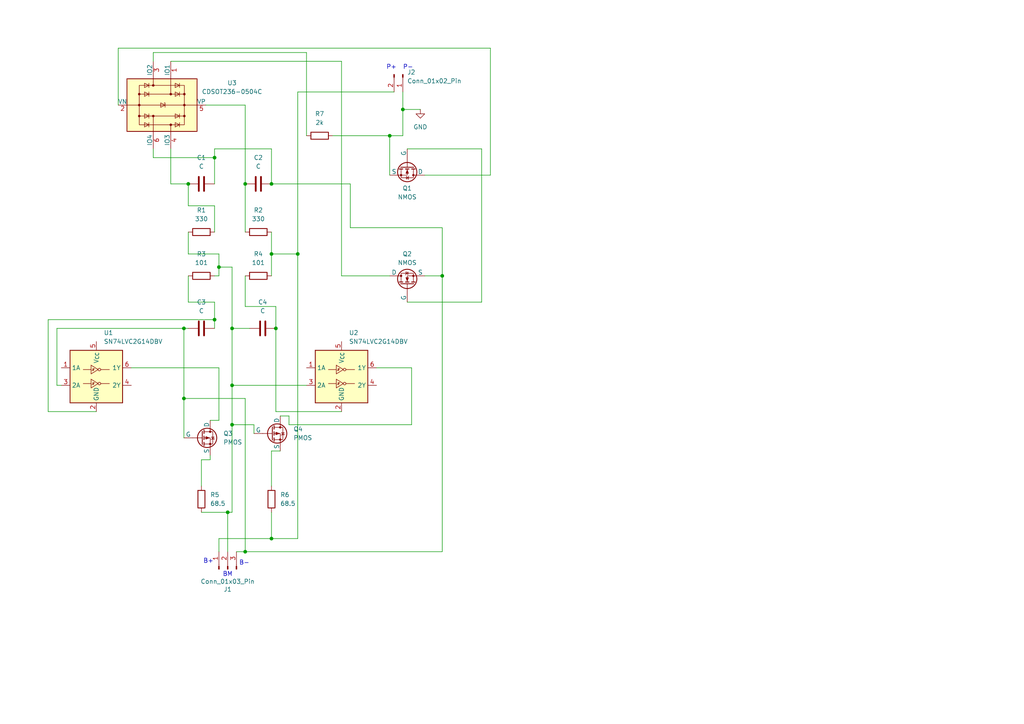
<source format=kicad_sch>
(kicad_sch (version 20250114) (generator "eeschema") (generator_version "9.0")
  (paper "A4")
  (lib_symbols
    (symbol "74xGxx:SN74LVC2G14DBV"
      (property "Reference" "U" (at 2.54 12.7 0))
      (property "Value" "SN74LVC2G14DBV" (at 2.54 10.16 0))
      (symbol "SN74LVC2G14DBV_1_1"
        (rectangle (start -7.62 7.62) (end 7.62 -7.62) (stroke (width 0.254)) (fill (type background)))
        (polyline (pts (xy -1.524 3.302) (xy 0.508 2.032) (xy -1.524 0.762) (xy -1.524 3.302)))
        (polyline (pts (xy -1.524 2.032) (xy -3.81 2.032)))
        (polyline (pts (xy -1.524 -0.762) (xy 0.508 -2.032) (xy -1.524 -3.302) (xy -1.524 -0.762)))
        (polyline (pts (xy -1.524 -2.032) (xy -3.81 -2.032)))
        (polyline (pts (xy -1.016 1.778) (xy -1.016 2.286) (xy -0.762 2.286) (xy -0.762 1.778) (xy -1.27 1.778)))
        (polyline (pts (xy -1.016 -2.286) (xy -1.016 -1.778) (xy -0.762 -1.778) (xy -0.762 -2.286) (xy -1.27 -2.286)))
        (polyline (pts (xy -0.762 2.286) (xy -0.508 2.286)))
        (polyline (pts (xy -0.762 -1.778) (xy -0.508 -1.778)))
        (circle (center 0.889 2.032) (radius 0.381))
        (circle (center 0.889 -2.032) (radius 0.381))
        (polyline (pts (xy 1.27 2.032) (xy 3.81 2.032)))
        (polyline (pts (xy 1.27 -2.032) (xy 3.81 -2.032)))
        (pin input line (at -10.16 2.54 0) (length 2.54) (name "1A") (number "1"))
        (pin input line (at -10.16 -2.54 0) (length 2.54) (name "2A") (number "3"))
        (pin power_in line (at 0 10.16 270) (length 2.54) (name "V_{CC}") (number "5"))
        (pin power_in line (at 0 -10.16 90) (length 2.54) (name "GND") (number "2"))
        (pin output line (at 10.16 2.54 180) (length 2.54) (name "1Y") (number "6"))
        (pin output line (at 10.16 -2.54 180) (length 2.54) (name "2Y") (number "4"))
      )
    )
    (symbol "Connector:Conn_01x02_Pin" (pin_names (offset 1.016) (hide yes))
      (property "Reference" "J" (at 0 2.54 0))
      (property "Value" "Conn_01x02_Pin" (at 0 -5.08 0))
      (symbol "Conn_01x02_Pin_1_1"
        (rectangle (start 0.8636 0.127) (end 0 -0.127) (stroke (width 0.1524)) (fill (type outline)))
        (rectangle (start 0.8636 -2.413) (end 0 -2.667) (stroke (width 0.1524)) (fill (type outline)))
        (polyline (pts (xy 1.27 0) (xy 0.8636 0)) (stroke (width 0.1524)))
        (polyline (pts (xy 1.27 -2.54) (xy 0.8636 -2.54)) (stroke (width 0.1524)))
        (pin passive line (at 5.08 0 180) (length 3.81) (name "Pin_1") (number "1"))
        (pin passive line (at 5.08 -2.54 180) (length 3.81) (name "Pin_2") (number "2"))
      )
    )
    (symbol "Connector:Conn_01x03_Pin" (pin_names (offset 1.016) (hide yes))
      (property "Reference" "J" (at 0 5.08 0))
      (property "Value" "Conn_01x03_Pin" (at 0 -5.08 0))
      (symbol "Conn_01x03_Pin_1_1"
        (rectangle (start 0.8636 2.667) (end 0 2.413) (stroke (width 0.1524)) (fill (type outline)))
        (rectangle (start 0.8636 0.127) (end 0 -0.127) (stroke (width 0.1524)) (fill (type outline)))
        (rectangle (start 0.8636 -2.413) (end 0 -2.667) (stroke (width 0.1524)) (fill (type outline)))
        (polyline (pts (xy 1.27 2.54) (xy 0.8636 2.54)) (stroke (width 0.1524)))
        (polyline (pts (xy 1.27 0) (xy 0.8636 0)) (stroke (width 0.1524)))
        (polyline (pts (xy 1.27 -2.54) (xy 0.8636 -2.54)) (stroke (width 0.1524)))
        (pin passive line (at 5.08 2.54 180) (length 3.81) (name "Pin_1") (number "1"))
        (pin passive line (at 5.08 0 180) (length 3.81) (name "Pin_2") (number "2"))
        (pin passive line (at 5.08 -2.54 180) (length 3.81) (name "Pin_3") (number "3"))
      )
    )
    (symbol "Device:C" (pin_numbers (hide yes)) (pin_names (offset 0.254))
      (property "Reference" "C" (at 0.635 2.54 0))
      (property "Value" "C" (at 0.635 -2.54 0))
      (symbol "C_0_1"
        (polyline (pts (xy -2.032 0.762) (xy 2.032 0.762)) (stroke (width 0.508)))
        (polyline (pts (xy -2.032 -0.762) (xy 2.032 -0.762)) (stroke (width 0.508)))
      )
      (symbol "C_1_1"
        (pin passive line (at 0 3.81 270) (length 2.794) (name "~") (number "1"))
        (pin passive line (at 0 -3.81 90) (length 2.794) (name "~") (number "2"))
      )
    )
    (symbol "Device:R" (pin_numbers (hide yes)) (pin_names (offset 0))
      (property "Reference" "R" (at 2.032 0 90))
      (property "Value" "R" (at 0 0 90))
      (symbol "R_0_1"
        (rectangle (start -1.016 -2.54) (end 1.016 2.54) (stroke (width 0.254)))
      )
      (symbol "R_1_1"
        (pin passive line (at 0 3.81 270) (length 1.27) (name "~") (number "1"))
        (pin passive line (at 0 -3.81 90) (length 1.27) (name "~") (number "2"))
      )
    )
    (symbol "Power_Protection:CDSOT236-0504C" (pin_names (offset 0))
      (property "Reference" "U" (at -5.08 11.43 0))
      (property "Value" "CDSOT236-0504C" (at 2.54 11.43 0))
      (symbol "CDSOT236-0504C_0_0"
        (rectangle (start -5.715 6.477) (end 5.715 -6.604))
        (polyline (pts (xy -3.175 -6.604) (xy -3.175 6.477)))
        (polyline (pts (xy 3.175 6.477) (xy 3.175 -6.604)))
      )
      (symbol "CDSOT236-0504C_0_1"
        (polyline (pts (xy -7.747 2.54) (xy -3.175 2.54)))
        (rectangle (start -7.62 10.16) (end 7.62 -10.16) (stroke (width 0.254)) (fill (type background)))
        (polyline (pts (xy -7.62 -2.54) (xy -5.715 -2.54)))
        (circle (center -5.715 -2.54) (radius 0.2794) (fill (type outline)))
        (polyline (pts (xy -5.08 5.08) (xy -6.35 5.08)))
        (polyline (pts (xy -5.08 3.81) (xy -6.35 3.81) (xy -5.715 5.08) (xy -5.08 3.81)))
        (polyline (pts (xy -5.08 -3.81) (xy -6.35 -3.81)))
        (polyline (pts (xy -5.08 -5.08) (xy -6.35 -5.08) (xy -5.715 -3.81) (xy -5.08 -5.08)))
        (circle (center -3.175 6.477) (radius 0.2794) (fill (type outline)))
        (circle (center -3.175 2.54) (radius 0.2794) (fill (type outline)))
        (circle (center -3.175 -6.604) (radius 0.2794) (fill (type outline)))
        (polyline (pts (xy -2.54 5.08) (xy -3.81 5.08)))
        (polyline (pts (xy -2.54 3.81) (xy -3.81 3.81) (xy -3.175 5.08) (xy -2.54 3.81)))
        (polyline (pts (xy -2.54 -3.81) (xy -3.81 -3.81)))
        (polyline (pts (xy -2.54 -5.08) (xy -3.81 -5.08) (xy -3.175 -3.81) (xy -2.54 -5.08)))
        (polyline (pts (xy 0 10.16) (xy 0 -10.16)))
        (circle (center 0 6.477) (radius 0.2794) (fill (type outline)))
        (circle (center 0 -6.604) (radius 0.2794) (fill (type outline)))
        (polyline (pts (xy 0.635 0.889) (xy -0.635 0.889) (xy -0.635 0.635)))
        (polyline (pts (xy 0.635 -0.381) (xy -0.635 -0.381) (xy 0 0.889) (xy 0.635 -0.381)))
        (circle (center 3.175 6.477) (radius 0.2794) (fill (type outline)))
        (circle (center 3.175 -2.54) (radius 0.2794) (fill (type outline)))
        (circle (center 3.175 -6.604) (radius 0.2794) (fill (type outline)))
        (polyline (pts (xy 3.81 5.08) (xy 2.54 5.08)))
        (polyline (pts (xy 3.81 3.81) (xy 2.54 3.81) (xy 3.175 5.08) (xy 3.81 3.81)))
        (polyline (pts (xy 3.81 -3.81) (xy 2.54 -3.81)))
        (polyline (pts (xy 3.81 -5.08) (xy 2.54 -5.08) (xy 3.175 -3.81) (xy 3.81 -5.08)))
        (circle (center 5.715 2.54) (radius 0.2794) (fill (type outline)))
        (polyline (pts (xy 6.35 5.08) (xy 5.08 5.08)))
        (polyline (pts (xy 6.35 3.81) (xy 5.08 3.81) (xy 5.715 5.08) (xy 6.35 3.81)))
        (polyline (pts (xy 6.35 -3.81) (xy 5.08 -3.81)))
        (polyline (pts (xy 6.35 -5.08) (xy 5.08 -5.08) (xy 5.715 -3.81) (xy 6.35 -5.08)))
        (polyline (pts (xy 7.62 2.54) (xy 5.715 2.54)))
        (polyline (pts (xy 7.62 -2.54) (xy 3.175 -2.54)))
      )
      (symbol "CDSOT236-0504C_1_1"
        (pin passive line (at -12.7 2.54 0) (length 5.08) (name "IO1") (number "1"))
        (pin passive line (at -12.7 -2.54 0) (length 5.08) (name "IO2") (number "3"))
        (pin passive line (at 0 12.7 270) (length 2.54) (name "VP") (number "5"))
        (pin passive line (at 0 -12.7 90) (length 2.54) (name "VN") (number "2"))
        (pin passive line (at 12.7 2.54 180) (length 5.08) (name "IO3") (number "4"))
        (pin passive line (at 12.7 -2.54 180) (length 5.08) (name "IO4") (number "6"))
      )
    )
    (symbol "Simulation_SPICE:NMOS" (pin_numbers (hide yes)) (pin_names (offset 0))
      (property "Reference" "Q" (at 5.08 1.27 0))
      (property "Value" "NMOS" (at 5.08 -1.27 0))
      (symbol "NMOS_0_1"
        (polyline (pts (xy 0.254 1.905) (xy 0.254 -1.905)) (stroke (width 0.254)))
        (polyline (pts (xy 0.254 0) (xy -2.54 0)))
        (polyline (pts (xy 0.762 2.286) (xy 0.762 1.27)) (stroke (width 0.254)))
        (polyline (pts (xy 0.762 0.508) (xy 0.762 -0.508)) (stroke (width 0.254)))
        (polyline (pts (xy 0.762 -1.27) (xy 0.762 -2.286)) (stroke (width 0.254)))
        (polyline (pts (xy 0.762 -1.778) (xy 3.302 -1.778) (xy 3.302 1.778) (xy 0.762 1.778)))
        (polyline (pts (xy 1.016 0) (xy 2.032 0.381) (xy 2.032 -0.381) (xy 1.016 0)) (fill (type outline)))
        (circle (center 1.651 0) (radius 2.794) (stroke (width 0.254)))
        (polyline (pts (xy 2.54 2.54) (xy 2.54 1.778)))
        (circle (center 2.54 1.778) (radius 0.254) (fill (type outline)))
        (circle (center 2.54 -1.778) (radius 0.254) (fill (type outline)))
        (polyline (pts (xy 2.54 -2.54) (xy 2.54 0) (xy 0.762 0)))
        (polyline (pts (xy 2.794 0.508) (xy 2.921 0.381) (xy 3.683 0.381) (xy 3.81 0.254)))
        (polyline (pts (xy 3.302 0.381) (xy 2.921 -0.254) (xy 3.683 -0.254) (xy 3.302 0.381)))
      )
      (symbol "NMOS_1_1"
        (pin input line (at -5.08 0 0) (length 2.54) (name "G") (number "2"))
        (pin passive line (at 2.54 5.08 270) (length 2.54) (name "D") (number "1"))
        (pin passive line (at 2.54 -5.08 90) (length 2.54) (name "S") (number "3"))
      )
    )
    (symbol "Simulation_SPICE:PMOS" (pin_numbers (hide yes)) (pin_names (offset 0))
      (property "Reference" "Q" (at 5.08 1.27 0))
      (property "Value" "PMOS" (at 5.08 -1.27 0))
      (symbol "PMOS_0_1"
        (polyline (pts (xy 0.254 1.905) (xy 0.254 -1.905)) (stroke (width 0.254)))
        (polyline (pts (xy 0.254 0) (xy -2.54 0)))
        (polyline (pts (xy 0.762 2.286) (xy 0.762 1.27)) (stroke (width 0.254)))
        (polyline (pts (xy 0.762 1.778) (xy 3.302 1.778) (xy 3.302 -1.778) (xy 0.762 -1.778)))
        (polyline (pts (xy 0.762 0.508) (xy 0.762 -0.508)) (stroke (width 0.254)))
        (polyline (pts (xy 0.762 -1.27) (xy 0.762 -2.286)) (stroke (width 0.254)))
        (circle (center 1.651 0) (radius 2.794) (stroke (width 0.254)))
        (polyline (pts (xy 2.286 0) (xy 1.27 0.381) (xy 1.27 -0.381) (xy 2.286 0)) (fill (type outline)))
        (polyline (pts (xy 2.54 2.54) (xy 2.54 1.778)))
        (circle (center 2.54 1.778) (radius 0.254) (fill (type outline)))
        (circle (center 2.54 -1.778) (radius 0.254) (fill (type outline)))
        (polyline (pts (xy 2.54 -2.54) (xy 2.54 0) (xy 0.762 0)))
        (polyline (pts (xy 2.794 -0.508) (xy 2.921 -0.381) (xy 3.683 -0.381) (xy 3.81 -0.254)))
        (polyline (pts (xy 3.302 -0.381) (xy 2.921 0.254) (xy 3.683 0.254) (xy 3.302 -0.381)))
      )
      (symbol "PMOS_1_1"
        (pin input line (at -5.08 0 0) (length 2.54) (name "G") (number "2"))
        (pin passive line (at 2.54 5.08 270) (length 2.54) (name "D") (number "1"))
        (pin passive line (at 2.54 -5.08 90) (length 2.54) (name "S") (number "3"))
      )
    )
    (symbol "power:GND" (power) (pin_numbers (hide yes)) (pin_names (offset 0) (hide yes))
      (property "Value" "GND" (at 0 -3.81 0))
      (symbol "GND_0_1"
        (polyline (pts (xy 0 0) (xy 0 -1.27) (xy 1.27 -1.27) (xy 0 -2.54) (xy -1.27 -1.27) (xy 0 -1.27)))
      )
      (symbol "GND_1_1"
        (pin power_in line (at 0 0 270) (length 0) (name "~") (number "1"))
      )
    )
  )
  (text "BM" (at 66.04 166.624 0) (effects (font (size 1.27 1.27))))
  (text "B-" (at 70.866 163.322 0) (effects (font (size 1.27 1.27))))
  (text "B+" (at 60.452 162.814 0) (effects (font (size 1.27 1.27))))
  (text "P-" (at 118.364 19.558 0) (effects (font (size 1.27 1.27))))
  (text "P+" (at 113.538 19.558 0) (effects (font (size 1.27 1.27))))
  (junction (at 62.23 45.72))
  (junction (at 80.01 95.25))
  (junction (at 67.31 111.76))
  (junction (at 71.12 53.34))
  (junction (at 54.61 53.34))
  (junction (at 78.74 73.66))
  (junction (at 66.04 148.59))
  (junction (at 116.84 31.75))
  (junction (at 78.74 53.34))
  (junction (at 62.23 92.71))
  (junction (at 63.5 77.47))
  (junction (at 78.74 156.21))
  (junction (at 113.03 39.37))
  (junction (at 53.34 115.57))
  (junction (at 67.31 123.19))
  (junction (at 128.27 80.01))
  (junction (at 53.34 95.25))
  (junction (at 71.12 160.02))
  (junction (at 86.36 73.66))
  (junction (at 67.31 95.25))
  (wire (pts (xy 53.34 95.25) (xy 53.34 115.57)))
  (wire (pts (xy 44.45 43.18) (xy 44.45 45.72)))
  (wire (pts (xy 71.12 160.02) (xy 128.27 160.02)))
  (wire (pts (xy 49.53 53.34) (xy 54.61 53.34)))
  (wire (pts (xy 17.78 111.76) (xy 16.51 111.76)))
  (wire (pts (xy 62.23 43.18) (xy 78.74 43.18)))
  (wire (pts (xy 16.51 111.76) (xy 16.51 95.25)))
  (wire (pts (xy 62.23 87.63) (xy 62.23 92.71)))
  (wire (pts (xy 66.04 148.59) (xy 58.42 148.59)))
  (wire (pts (xy 142.24 50.8) (xy 142.24 13.97)))
  (wire (pts (xy 139.7 43.18) (xy 118.11 43.18)))
  (wire (pts (xy 99.06 80.01) (xy 113.03 80.01)))
  (wire (pts (xy 54.61 87.63) (xy 62.23 87.63)))
  (wire (pts (xy 60.96 132.08) (xy 60.96 133.35)))
  (wire (pts (xy 54.61 80.01) (xy 54.61 87.63)))
  (wire (pts (xy 123.19 50.8) (xy 142.24 50.8)))
  (wire (pts (xy 63.5 156.21) (xy 78.74 156.21)))
  (wire (pts (xy 96.52 39.37) (xy 113.03 39.37)))
  (wire (pts (xy 128.27 160.02) (xy 128.27 80.01)))
  (wire (pts (xy 114.3 26.67) (xy 86.36 26.67)))
  (wire (pts (xy 78.74 73.66) (xy 78.74 80.01)))
  (wire (pts (xy 13.97 119.38) (xy 13.97 92.71)))
  (wire (pts (xy 54.61 59.69) (xy 62.23 59.69)))
  (wire (pts (xy 53.34 115.57) (xy 71.12 115.57)))
  (wire (pts (xy 53.34 95.25) (xy 54.61 95.25)))
  (wire (pts (xy 128.27 80.01) (xy 123.19 80.01)))
  (wire (pts (xy 99.06 119.38) (xy 80.01 119.38)))
  (wire (pts (xy 116.84 31.75) (xy 116.84 39.37)))
  (wire (pts (xy 71.12 88.9) (xy 80.01 88.9)))
  (wire (pts (xy 71.12 53.34) (xy 71.12 67.31)))
  (wire (pts (xy 44.45 45.72) (xy 62.23 45.72)))
  (wire (pts (xy 27.94 119.38) (xy 13.97 119.38)))
  (wire (pts (xy 62.23 92.71) (xy 62.23 95.25)))
  (wire (pts (xy 60.96 133.35) (xy 58.42 133.35)))
  (wire (pts (xy 78.74 130.81) (xy 81.28 130.81)))
  (wire (pts (xy 119.38 106.68) (xy 119.38 123.19)))
  (wire (pts (xy 63.5 73.66) (xy 63.5 77.47)))
  (wire (pts (xy 67.31 95.25) (xy 72.39 95.25)))
  (wire (pts (xy 118.11 87.63) (xy 139.7 87.63)))
  (wire (pts (xy 86.36 73.66) (xy 78.74 73.66)))
  (wire (pts (xy 68.58 160.02) (xy 71.12 160.02)))
  (wire (pts (xy 99.06 17.78) (xy 99.06 80.01)))
  (wire (pts (xy 44.45 15.24) (xy 44.45 17.78)))
  (wire (pts (xy 139.7 87.63) (xy 139.7 43.18)))
  (wire (pts (xy 80.01 88.9) (xy 80.01 95.25)))
  (wire (pts (xy 73.66 123.19) (xy 73.66 125.73)))
  (wire (pts (xy 71.12 30.48) (xy 71.12 53.34)))
  (wire (pts (xy 38.1 106.68) (xy 63.5 106.68)))
  (wire (pts (xy 62.23 53.34) (xy 62.23 45.72)))
  (wire (pts (xy 63.5 73.66) (xy 54.61 73.66)))
  (wire (pts (xy 53.34 115.57) (xy 53.34 127)))
  (wire (pts (xy 66.04 160.02) (xy 66.04 148.59)))
  (wire (pts (xy 86.36 26.67) (xy 86.36 73.66)))
  (wire (pts (xy 54.61 53.34) (xy 54.61 59.69)))
  (wire (pts (xy 67.31 77.47) (xy 67.31 95.25)))
  (wire (pts (xy 58.42 133.35) (xy 58.42 140.97)))
  (wire (pts (xy 66.04 148.59) (xy 67.31 148.59)))
  (wire (pts (xy 78.74 156.21) (xy 78.74 148.59)))
  (wire (pts (xy 83.82 123.19) (xy 83.82 120.65)))
  (wire (pts (xy 119.38 123.19) (xy 83.82 123.19)))
  (wire (pts (xy 78.74 67.31) (xy 78.74 73.66)))
  (wire (pts (xy 128.27 66.04) (xy 128.27 80.01)))
  (wire (pts (xy 67.31 111.76) (xy 67.31 95.25)))
  (wire (pts (xy 13.97 92.71) (xy 62.23 92.71)))
  (wire (pts (xy 63.5 77.47) (xy 63.5 80.01)))
  (wire (pts (xy 116.84 31.75) (xy 121.92 31.75)))
  (wire (pts (xy 101.6 66.04) (xy 128.27 66.04)))
  (wire (pts (xy 86.36 156.21) (xy 86.36 73.66)))
  (wire (pts (xy 63.5 80.01) (xy 62.23 80.01)))
  (wire (pts (xy 78.74 156.21) (xy 86.36 156.21)))
  (wire (pts (xy 83.82 120.65) (xy 81.28 120.65)))
  (wire (pts (xy 67.31 148.59) (xy 67.31 123.19)))
  (wire (pts (xy 101.6 53.34) (xy 101.6 66.04)))
  (wire (pts (xy 63.5 121.92) (xy 60.96 121.92)))
  (wire (pts (xy 59.69 30.48) (xy 71.12 30.48)))
  (wire (pts (xy 142.24 13.97) (xy 34.29 13.97)))
  (wire (pts (xy 34.29 13.97) (xy 34.29 30.48)))
  (wire (pts (xy 63.5 106.68) (xy 63.5 121.92)))
  (wire (pts (xy 63.5 77.47) (xy 67.31 77.47)))
  (wire (pts (xy 16.51 95.25) (xy 53.34 95.25)))
  (wire (pts (xy 78.74 53.34) (xy 101.6 53.34)))
  (wire (pts (xy 71.12 80.01) (xy 71.12 88.9)))
  (wire (pts (xy 49.53 43.18) (xy 49.53 53.34)))
  (wire (pts (xy 88.9 39.37) (xy 88.9 15.24)))
  (wire (pts (xy 113.03 39.37) (xy 116.84 39.37)))
  (wire (pts (xy 62.23 59.69) (xy 62.23 67.31)))
  (wire (pts (xy 63.5 160.02) (xy 63.5 156.21)))
  (wire (pts (xy 67.31 123.19) (xy 67.31 111.76)))
  (wire (pts (xy 73.66 123.19) (xy 67.31 123.19)))
  (wire (pts (xy 62.23 45.72) (xy 62.23 43.18)))
  (wire (pts (xy 78.74 140.97) (xy 78.74 130.81)))
  (wire (pts (xy 67.31 111.76) (xy 88.9 111.76)))
  (wire (pts (xy 71.12 115.57) (xy 71.12 160.02)))
  (wire (pts (xy 109.22 106.68) (xy 119.38 106.68)))
  (wire (pts (xy 88.9 15.24) (xy 44.45 15.24)))
  (wire (pts (xy 80.01 95.25) (xy 80.01 119.38)))
  (wire (pts (xy 116.84 26.67) (xy 116.84 31.75)))
  (wire (pts (xy 113.03 39.37) (xy 113.03 50.8)))
  (wire (pts (xy 54.61 73.66) (xy 54.61 67.31)))
  (wire (pts (xy 49.53 17.78) (xy 99.06 17.78)))
  (wire (pts (xy 78.74 43.18) (xy 78.74 53.34)))
  (symbol (lib_id "Device:R") (at 74.93 80.01 90) (unit 1)
    (property "Reference" "R4" (at 74.93 73.66 90))
    (property "Value" "101" (at 74.93 76.2 90))
    (property "Footprint" "Resistor_SMD:R_0603_1608Metric_Pad0.98x0.95mm_HandSolder" (effects (hide yes)))
    (property "Description" "Resistor" (effects (hide yes)))
  )
  (symbol (lib_id "Connector:Conn_01x02_Pin") (at 116.84 21.59 270) (unit 1)
    (property "Reference" "J2" (at 118.11 20.9549 90) (effects (justify left)))
    (property "Value" "Conn_01x02_Pin" (at 118.11 23.4949 90) (effects (justify left)))
    (property "Footprint" "Connector_JST:JST_EH_B2B-EH-A_1x02_P2.50mm_Vertical" (effects (hide yes)))
    (property "Description" "Generic connector, single row, 01x02, script generated" (effects (hide yes)))
  )
  (symbol (lib_id "Device:R") (at 74.93 67.31 90) (unit 1)
    (property "Reference" "R2" (at 74.93 60.96 90))
    (property "Value" "330" (at 74.93 63.5 90))
    (property "Footprint" "Resistor_SMD:R_0603_1608Metric_Pad0.98x0.95mm_HandSolder" (effects (hide yes)))
    (property "Description" "Resistor" (effects (hide yes)))
  )
  (symbol (lib_id "74xGxx:SN74LVC2G14DBV") (at 99.06 109.22 0) (unit 1)
    (property "Reference" "U2" (at 101.2033 96.52 0) (effects (justify left)))
    (property "Value" "SN74LVC2G14DBV" (at 101.2033 99.06 0) (effects (justify left)))
    (property "Footprint" "Package_TO_SOT_SMD:SOT-23-6" (effects (hide yes)))
    (property "Datasheet" "https://www.ti.com/lit/ds/symlink/sn74lvc2g14.pdf" (effects (hide yes)))
    (property "Description" "Dual schmitt inverter, VCC from 1.65 to 5.5 V, SOT-23" (effects (hide yes)))
  )
  (symbol (lib_id "Simulation_SPICE:PMOS") (at 78.74 125.73 0) (unit 1)
    (property "Reference" "Q4" (at 85.09 124.4599 0) (effects (justify left)))
    (property "Value" "PMOS" (at 85.09 126.9999 0) (effects (justify left)))
    (property "Footprint" "Package_TO_SOT_SMD:SOT-23" (effects (hide yes)))
    (property "Datasheet" "https://ngspice.sourceforge.io/docs/ngspice-html-manual/manual.xhtml#cha_MOSFETs" (effects (hide yes)))
    (property "Description" "P-MOSFET transistor, drain/source/gate" (effects (hide yes)))
    (property "Sim.Device" "PMOS" (effects (hide yes)))
    (property "Sim.Type" "VDMOS" (effects (hide yes)))
    (property "Sim.Pins" "1=D 2=S 3=G" (effects (hide yes)))
  )
  (symbol (lib_id "Device:R") (at 58.42 67.31 90) (unit 1)
    (property "Reference" "R1" (at 58.42 60.96 90))
    (property "Value" "330" (at 58.42 63.5 90))
    (property "Footprint" "Resistor_SMD:R_0603_1608Metric_Pad0.98x0.95mm_HandSolder" (effects (hide yes)))
    (property "Description" "Resistor" (effects (hide yes)))
  )
  (symbol (lib_id "Device:R") (at 58.42 80.01 90) (unit 1)
    (property "Reference" "R3" (at 58.42 73.66 90))
    (property "Value" "101" (at 58.42 76.2 90))
    (property "Footprint" "Resistor_SMD:R_0603_1608Metric_Pad0.98x0.95mm_HandSolder" (effects (hide yes)))
    (property "Description" "Resistor" (effects (hide yes)))
  )
  (symbol (lib_id "Device:C") (at 74.93 53.34 90) (unit 1)
    (property "Reference" "C2" (at 74.93 45.72 90))
    (property "Value" "C" (at 74.93 48.26 90))
    (property "Footprint" "Capacitor_SMD:C_0603_1608Metric_Pad1.08x0.95mm_HandSolder" (effects (hide yes)))
    (property "Description" "Unpolarized capacitor" (effects (hide yes)))
  )
  (symbol (lib_id "power:GND") (at 121.92 31.75 0) (unit 1)
    (property "Reference" "#PWR01" (effects (hide yes)))
    (property "Value" "GND" (at 121.92 36.83 0))
    (property "Description" "Power symbol creates a global label with name \"GND\" , ground" (effects (hide yes)))
  )
  (symbol (lib_id "Simulation_SPICE:PMOS") (at 58.42 127 0) (unit 1)
    (property "Reference" "Q3" (at 64.77 125.7299 0) (effects (justify left)))
    (property "Value" "PMOS" (at 64.77 128.2699 0) (effects (justify left)))
    (property "Footprint" "Package_TO_SOT_SMD:SOT-23" (effects (hide yes)))
    (property "Datasheet" "https://ngspice.sourceforge.io/docs/ngspice-html-manual/manual.xhtml#cha_MOSFETs" (effects (hide yes)))
    (property "Description" "P-MOSFET transistor, drain/source/gate" (effects (hide yes)))
    (property "Sim.Device" "PMOS" (effects (hide yes)))
    (property "Sim.Type" "VDMOS" (effects (hide yes)))
    (property "Sim.Pins" "1=D 2=S 3=G" (effects (hide yes)))
  )
  (symbol (lib_id "Power_Protection:CDSOT236-0504C") (at 46.99 30.48 270) (unit 1)
    (property "Reference" "U3" (at 67.31 24.0598 90))
    (property "Value" "CDSOT236-0504C" (at 67.31 26.5998 90))
    (property "Footprint" "Package_TO_SOT_SMD:SOT-23-6" (effects (hide yes)))
    (property "Datasheet" "https://www.bourns.com/docs/product-datasheets/cdsot236-0504c.pdf" (effects (hide yes)))
    (property "Description" "Low capacitance ESD diode / steering Diode Array, SOT23-6" (effects (hide yes)))
  )
  (symbol (lib_id "Simulation_SPICE:NMOS") (at 118.11 82.55 90) (unit 1)
    (property "Reference" "Q2" (at 118.11 73.66 90))
    (property "Value" "NMOS" (at 118.11 76.2 90))
    (property "Footprint" "Package_TO_SOT_SMD:TO-252-2" (effects (hide yes)))
    (property "Datasheet" "https://ngspice.sourceforge.io/docs/ngspice-html-manual/manual.xhtml#cha_MOSFETs" (effects (hide yes)))
    (property "Description" "N-MOSFET transistor, drain/source/gate" (effects (hide yes)))
    (property "Sim.Device" "NMOS" (effects (hide yes)))
    (property "Sim.Type" "VDMOS" (effects (hide yes)))
    (property "Sim.Pins" "1=D 2=G 3=S" (effects (hide yes)))
  )
  (symbol (lib_id "Connector:Conn_01x03_Pin") (at 66.04 165.1 90) (unit 1)
    (property "Reference" "J1" (at 66.04 170.942 90))
    (property "Value" "Conn_01x03_Pin" (at 66.04 168.656 90))
    (property "Footprint" "Connector_JST:JST_XH_B3B-XH-A_1x03_P2.50mm_Vertical" (effects (hide yes)))
    (property "Description" "Generic connector, single row, 01x03, script generated" (effects (hide yes)))
  )
  (symbol (lib_id "Device:R") (at 58.42 144.78 0) (unit 1)
    (property "Reference" "R5" (at 60.96 143.5099 0) (effects (justify left)))
    (property "Value" "68.5" (at 60.96 146.0499 0) (effects (justify left)))
    (property "Footprint" "Resistor_SMD:R_2512_6332Metric_Pad1.40x3.35mm_HandSolder" (effects (hide yes)))
    (property "Description" "Resistor" (effects (hide yes)))
  )
  (symbol (lib_id "74xGxx:SN74LVC2G14DBV") (at 27.94 109.22 0) (unit 1)
    (property "Reference" "U1" (at 30.0833 96.52 0) (effects (justify left)))
    (property "Value" "SN74LVC2G14DBV" (at 30.0833 99.06 0) (effects (justify left)))
    (property "Footprint" "Package_TO_SOT_SMD:SOT-23-6" (effects (hide yes)))
    (property "Datasheet" "https://www.ti.com/lit/ds/symlink/sn74lvc2g14.pdf" (effects (hide yes)))
    (property "Description" "Dual schmitt inverter, VCC from 1.65 to 5.5 V, SOT-23" (effects (hide yes)))
  )
  (symbol (lib_id "Device:R") (at 78.74 144.78 0) (unit 1)
    (property "Reference" "R6" (at 81.28 143.5099 0) (effects (justify left)))
    (property "Value" "68.5" (at 81.28 146.0499 0) (effects (justify left)))
    (property "Footprint" "Resistor_SMD:R_2512_6332Metric_Pad1.40x3.35mm_HandSolder" (effects (hide yes)))
    (property "Description" "Resistor" (effects (hide yes)))
  )
  (symbol (lib_id "Device:C") (at 76.2 95.25 90) (unit 1)
    (property "Reference" "C4" (at 76.2 87.63 90))
    (property "Value" "C" (at 76.2 90.17 90))
    (property "Footprint" "Capacitor_SMD:C_0603_1608Metric_Pad1.08x0.95mm_HandSolder" (effects (hide yes)))
    (property "Description" "Unpolarized capacitor" (effects (hide yes)))
  )
  (symbol (lib_id "Device:C") (at 58.42 53.34 90) (unit 1)
    (property "Reference" "C1" (at 58.42 45.72 90))
    (property "Value" "C" (at 58.42 48.26 90))
    (property "Footprint" "Capacitor_SMD:C_0603_1608Metric_Pad1.08x0.95mm_HandSolder" (effects (hide yes)))
    (property "Description" "Unpolarized capacitor" (effects (hide yes)))
  )
  (symbol (lib_id "Device:C") (at 58.42 95.25 90) (unit 1)
    (property "Reference" "C3" (at 58.42 87.63 90))
    (property "Value" "C" (at 58.42 90.17 90))
    (property "Footprint" "Capacitor_SMD:C_0603_1608Metric_Pad1.08x0.95mm_HandSolder" (effects (hide yes)))
    (property "Description" "Unpolarized capacitor" (effects (hide yes)))
  )
  (symbol (lib_id "Simulation_SPICE:NMOS") (at 118.11 48.26 270) (unit 1)
    (property "Reference" "Q1" (at 118.11 54.61 90))
    (property "Value" "NMOS" (at 118.11 57.15 90))
    (property "Footprint" "Package_TO_SOT_SMD:TO-252-2" (effects (hide yes)))
    (property "Datasheet" "https://ngspice.sourceforge.io/docs/ngspice-html-manual/manual.xhtml#cha_MOSFETs" (effects (hide yes)))
    (property "Description" "N-MOSFET transistor, drain/source/gate" (effects (hide yes)))
    (property "Sim.Device" "NMOS" (effects (hide yes)))
    (property "Sim.Type" "VDMOS" (effects (hide yes)))
    (property "Sim.Pins" "1=D 2=G 3=S" (effects (hide yes)))
  )
  (symbol (lib_id "Device:R") (at 92.71 39.37 90) (unit 1)
    (property "Reference" "R7" (at 92.71 33.02 90))
    (property "Value" "2k" (at 92.71 35.56 90))
    (property "Footprint" "Resistor_SMD:R_0603_1608Metric_Pad0.98x0.95mm_HandSolder" (effects (hide yes)))
    (property "Description" "Resistor" (effects (hide yes)))
  )
)
</source>
